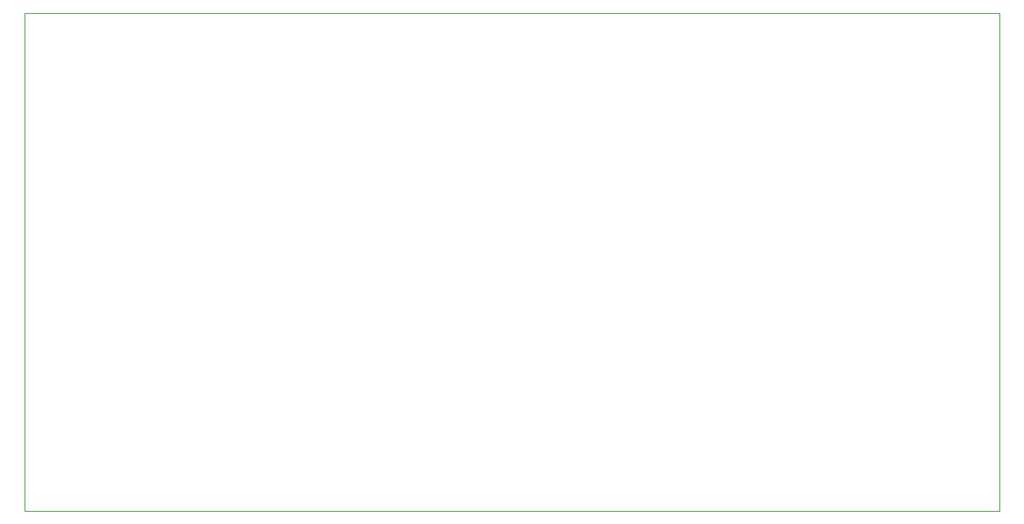
<source format=gbr>
G04 #@! TF.FileFunction,Profile,NP*
%FSLAX46Y46*%
G04 Gerber Fmt 4.6, Leading zero omitted, Abs format (unit mm)*
G04 Created by KiCad (PCBNEW 4.0.1-stable) date 12/26/16 04:16:57*
%MOMM*%
G01*
G04 APERTURE LIST*
%ADD10C,0.100000*%
G04 APERTURE END LIST*
D10*
X205000000Y-152500000D02*
X202500000Y-152500000D01*
X205000000Y-97500000D02*
X205000000Y-152500000D01*
X202500000Y-97500000D02*
X205000000Y-97500000D01*
X202500000Y-152500000D02*
X200000000Y-152500000D01*
X200000000Y-97500000D02*
X202500000Y-97500000D01*
X97500000Y-152500000D02*
X200000000Y-152500000D01*
X97500000Y-150000000D02*
X97500000Y-152500000D01*
X97500000Y-97500000D02*
X97500000Y-150000000D01*
X200000000Y-97500000D02*
X97500000Y-97500000D01*
M02*

</source>
